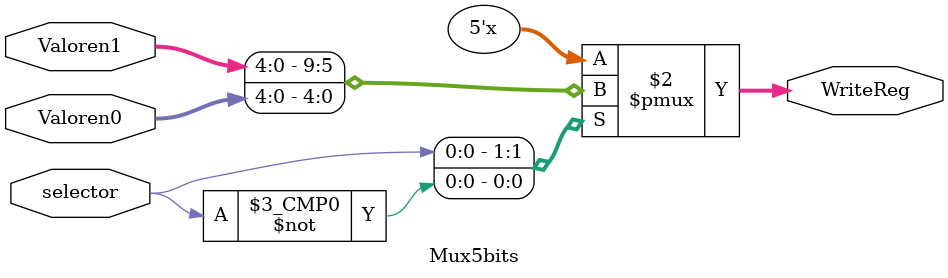
<source format=v>
`timescale 1ns/1ns
module Mux5bits(
    input [4:0]Valoren1,
    input [4:0]Valoren0,
    input selector,
    output reg [4:0]WriteReg
);

always @*
    begin
        case(selector)
        1'b1:
            WriteReg=Valoren1;
        1'b0:
            WriteReg=Valoren0;
        endcase
    end
endmodule
</source>
